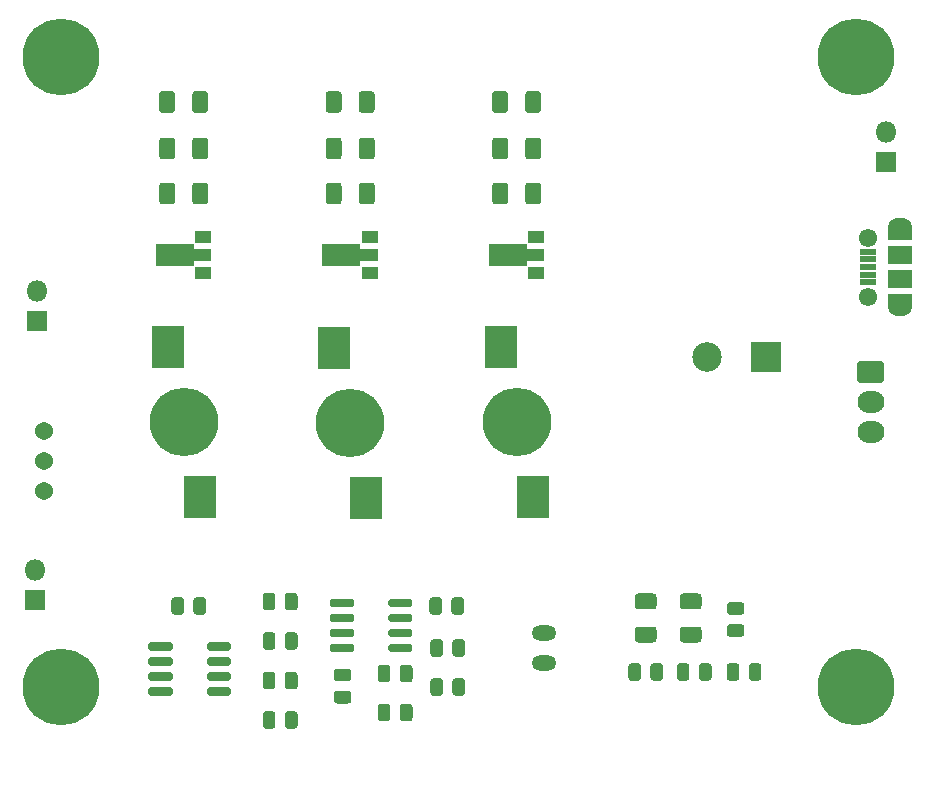
<source format=gbr>
G04 #@! TF.GenerationSoftware,KiCad,Pcbnew,(5.1.6)-1*
G04 #@! TF.CreationDate,2021-02-23T14:06:05-08:00*
G04 #@! TF.ProjectId,clap_detector,636c6170-5f64-4657-9465-63746f722e6b,rev?*
G04 #@! TF.SameCoordinates,Original*
G04 #@! TF.FileFunction,Soldermask,Top*
G04 #@! TF.FilePolarity,Negative*
%FSLAX46Y46*%
G04 Gerber Fmt 4.6, Leading zero omitted, Abs format (unit mm)*
G04 Created by KiCad (PCBNEW (5.1.6)-1) date 2021-02-23 14:06:05*
%MOMM*%
%LPD*%
G01*
G04 APERTURE LIST*
%ADD10C,5.800000*%
%ADD11R,2.800000X3.600000*%
%ADD12O,2.100000X1.300000*%
%ADD13C,0.900000*%
%ADD14C,6.500000*%
%ADD15C,1.540000*%
%ADD16C,0.100000*%
%ADD17R,1.400000X1.000000*%
%ADD18O,1.800000X1.800000*%
%ADD19R,1.800000X1.800000*%
%ADD20O,2.290000X1.840000*%
%ADD21R,2.000000X1.300000*%
%ADD22O,2.000000X1.300000*%
%ADD23R,2.000000X1.600000*%
%ADD24C,1.550000*%
%ADD25R,1.450000X0.500000*%
%ADD26C,2.500000*%
%ADD27R,2.500000X2.500000*%
G04 APERTURE END LIST*
D10*
G04 #@! TO.C,D3*
X198628000Y-117221000D03*
D11*
X197278000Y-110871000D03*
X199978000Y-123571000D03*
G04 #@! TD*
D10*
G04 #@! TO.C,D2*
X184531000Y-117348000D03*
D11*
X183181000Y-110998000D03*
X185881000Y-123698000D03*
G04 #@! TD*
D10*
G04 #@! TO.C,D1*
X170434000Y-117221000D03*
D11*
X169084000Y-110871000D03*
X171784000Y-123571000D03*
G04 #@! TD*
D12*
G04 #@! TO.C,MK1*
X200914000Y-137668000D03*
X200914000Y-135128000D03*
G04 #@! TD*
D13*
G04 #@! TO.C,H4*
X229027056Y-138002944D03*
X227330000Y-137300000D03*
X225632944Y-138002944D03*
X224930000Y-139700000D03*
X225632944Y-141397056D03*
X227330000Y-142100000D03*
X229027056Y-141397056D03*
X229730000Y-139700000D03*
D14*
X227330000Y-139700000D03*
G04 #@! TD*
D13*
G04 #@! TO.C,H3*
X161717056Y-138002944D03*
X160020000Y-137300000D03*
X158322944Y-138002944D03*
X157620000Y-139700000D03*
X158322944Y-141397056D03*
X160020000Y-142100000D03*
X161717056Y-141397056D03*
X162420000Y-139700000D03*
D14*
X160020000Y-139700000D03*
G04 #@! TD*
D13*
G04 #@! TO.C,H2*
X161717056Y-84662944D03*
X160020000Y-83960000D03*
X158322944Y-84662944D03*
X157620000Y-86360000D03*
X158322944Y-88057056D03*
X160020000Y-88760000D03*
X161717056Y-88057056D03*
X162420000Y-86360000D03*
D14*
X160020000Y-86360000D03*
G04 #@! TD*
D13*
G04 #@! TO.C,H1*
X229027056Y-84662944D03*
X227330000Y-83960000D03*
X225632944Y-84662944D03*
X224930000Y-86360000D03*
X225632944Y-88057056D03*
X227330000Y-88760000D03*
X229027056Y-88057056D03*
X229730000Y-86360000D03*
D14*
X227330000Y-86360000D03*
G04 #@! TD*
G04 #@! TO.C,R16*
G36*
G01*
X179010500Y-142975250D02*
X179010500Y-142012750D01*
G75*
G02*
X179279250Y-141744000I268750J0D01*
G01*
X179816750Y-141744000D01*
G75*
G02*
X180085500Y-142012750I0J-268750D01*
G01*
X180085500Y-142975250D01*
G75*
G02*
X179816750Y-143244000I-268750J0D01*
G01*
X179279250Y-143244000D01*
G75*
G02*
X179010500Y-142975250I0J268750D01*
G01*
G37*
G36*
G01*
X177135500Y-142975250D02*
X177135500Y-142012750D01*
G75*
G02*
X177404250Y-141744000I268750J0D01*
G01*
X177941750Y-141744000D01*
G75*
G02*
X178210500Y-142012750I0J-268750D01*
G01*
X178210500Y-142975250D01*
G75*
G02*
X177941750Y-143244000I-268750J0D01*
G01*
X177404250Y-143244000D01*
G75*
G02*
X177135500Y-142975250I0J268750D01*
G01*
G37*
G04 #@! TD*
G04 #@! TO.C,U2*
G36*
G01*
X172392000Y-136446000D02*
X172392000Y-136096000D01*
G75*
G02*
X172567000Y-135921000I175000J0D01*
G01*
X174267000Y-135921000D01*
G75*
G02*
X174442000Y-136096000I0J-175000D01*
G01*
X174442000Y-136446000D01*
G75*
G02*
X174267000Y-136621000I-175000J0D01*
G01*
X172567000Y-136621000D01*
G75*
G02*
X172392000Y-136446000I0J175000D01*
G01*
G37*
G36*
G01*
X172392000Y-137716000D02*
X172392000Y-137366000D01*
G75*
G02*
X172567000Y-137191000I175000J0D01*
G01*
X174267000Y-137191000D01*
G75*
G02*
X174442000Y-137366000I0J-175000D01*
G01*
X174442000Y-137716000D01*
G75*
G02*
X174267000Y-137891000I-175000J0D01*
G01*
X172567000Y-137891000D01*
G75*
G02*
X172392000Y-137716000I0J175000D01*
G01*
G37*
G36*
G01*
X172392000Y-138986000D02*
X172392000Y-138636000D01*
G75*
G02*
X172567000Y-138461000I175000J0D01*
G01*
X174267000Y-138461000D01*
G75*
G02*
X174442000Y-138636000I0J-175000D01*
G01*
X174442000Y-138986000D01*
G75*
G02*
X174267000Y-139161000I-175000J0D01*
G01*
X172567000Y-139161000D01*
G75*
G02*
X172392000Y-138986000I0J175000D01*
G01*
G37*
G36*
G01*
X172392000Y-140256000D02*
X172392000Y-139906000D01*
G75*
G02*
X172567000Y-139731000I175000J0D01*
G01*
X174267000Y-139731000D01*
G75*
G02*
X174442000Y-139906000I0J-175000D01*
G01*
X174442000Y-140256000D01*
G75*
G02*
X174267000Y-140431000I-175000J0D01*
G01*
X172567000Y-140431000D01*
G75*
G02*
X172392000Y-140256000I0J175000D01*
G01*
G37*
G36*
G01*
X167442000Y-140256000D02*
X167442000Y-139906000D01*
G75*
G02*
X167617000Y-139731000I175000J0D01*
G01*
X169317000Y-139731000D01*
G75*
G02*
X169492000Y-139906000I0J-175000D01*
G01*
X169492000Y-140256000D01*
G75*
G02*
X169317000Y-140431000I-175000J0D01*
G01*
X167617000Y-140431000D01*
G75*
G02*
X167442000Y-140256000I0J175000D01*
G01*
G37*
G36*
G01*
X167442000Y-138986000D02*
X167442000Y-138636000D01*
G75*
G02*
X167617000Y-138461000I175000J0D01*
G01*
X169317000Y-138461000D01*
G75*
G02*
X169492000Y-138636000I0J-175000D01*
G01*
X169492000Y-138986000D01*
G75*
G02*
X169317000Y-139161000I-175000J0D01*
G01*
X167617000Y-139161000D01*
G75*
G02*
X167442000Y-138986000I0J175000D01*
G01*
G37*
G36*
G01*
X167442000Y-137716000D02*
X167442000Y-137366000D01*
G75*
G02*
X167617000Y-137191000I175000J0D01*
G01*
X169317000Y-137191000D01*
G75*
G02*
X169492000Y-137366000I0J-175000D01*
G01*
X169492000Y-137716000D01*
G75*
G02*
X169317000Y-137891000I-175000J0D01*
G01*
X167617000Y-137891000D01*
G75*
G02*
X167442000Y-137716000I0J175000D01*
G01*
G37*
G36*
G01*
X167442000Y-136446000D02*
X167442000Y-136096000D01*
G75*
G02*
X167617000Y-135921000I175000J0D01*
G01*
X169317000Y-135921000D01*
G75*
G02*
X169492000Y-136096000I0J-175000D01*
G01*
X169492000Y-136446000D01*
G75*
G02*
X169317000Y-136621000I-175000J0D01*
G01*
X167617000Y-136621000D01*
G75*
G02*
X167442000Y-136446000I0J175000D01*
G01*
G37*
G04 #@! TD*
G04 #@! TO.C,U1*
G36*
G01*
X187759000Y-132763000D02*
X187759000Y-132413000D01*
G75*
G02*
X187934000Y-132238000I175000J0D01*
G01*
X189634000Y-132238000D01*
G75*
G02*
X189809000Y-132413000I0J-175000D01*
G01*
X189809000Y-132763000D01*
G75*
G02*
X189634000Y-132938000I-175000J0D01*
G01*
X187934000Y-132938000D01*
G75*
G02*
X187759000Y-132763000I0J175000D01*
G01*
G37*
G36*
G01*
X187759000Y-134033000D02*
X187759000Y-133683000D01*
G75*
G02*
X187934000Y-133508000I175000J0D01*
G01*
X189634000Y-133508000D01*
G75*
G02*
X189809000Y-133683000I0J-175000D01*
G01*
X189809000Y-134033000D01*
G75*
G02*
X189634000Y-134208000I-175000J0D01*
G01*
X187934000Y-134208000D01*
G75*
G02*
X187759000Y-134033000I0J175000D01*
G01*
G37*
G36*
G01*
X187759000Y-135303000D02*
X187759000Y-134953000D01*
G75*
G02*
X187934000Y-134778000I175000J0D01*
G01*
X189634000Y-134778000D01*
G75*
G02*
X189809000Y-134953000I0J-175000D01*
G01*
X189809000Y-135303000D01*
G75*
G02*
X189634000Y-135478000I-175000J0D01*
G01*
X187934000Y-135478000D01*
G75*
G02*
X187759000Y-135303000I0J175000D01*
G01*
G37*
G36*
G01*
X187759000Y-136573000D02*
X187759000Y-136223000D01*
G75*
G02*
X187934000Y-136048000I175000J0D01*
G01*
X189634000Y-136048000D01*
G75*
G02*
X189809000Y-136223000I0J-175000D01*
G01*
X189809000Y-136573000D01*
G75*
G02*
X189634000Y-136748000I-175000J0D01*
G01*
X187934000Y-136748000D01*
G75*
G02*
X187759000Y-136573000I0J175000D01*
G01*
G37*
G36*
G01*
X182809000Y-136573000D02*
X182809000Y-136223000D01*
G75*
G02*
X182984000Y-136048000I175000J0D01*
G01*
X184684000Y-136048000D01*
G75*
G02*
X184859000Y-136223000I0J-175000D01*
G01*
X184859000Y-136573000D01*
G75*
G02*
X184684000Y-136748000I-175000J0D01*
G01*
X182984000Y-136748000D01*
G75*
G02*
X182809000Y-136573000I0J175000D01*
G01*
G37*
G36*
G01*
X182809000Y-135303000D02*
X182809000Y-134953000D01*
G75*
G02*
X182984000Y-134778000I175000J0D01*
G01*
X184684000Y-134778000D01*
G75*
G02*
X184859000Y-134953000I0J-175000D01*
G01*
X184859000Y-135303000D01*
G75*
G02*
X184684000Y-135478000I-175000J0D01*
G01*
X182984000Y-135478000D01*
G75*
G02*
X182809000Y-135303000I0J175000D01*
G01*
G37*
G36*
G01*
X182809000Y-134033000D02*
X182809000Y-133683000D01*
G75*
G02*
X182984000Y-133508000I175000J0D01*
G01*
X184684000Y-133508000D01*
G75*
G02*
X184859000Y-133683000I0J-175000D01*
G01*
X184859000Y-134033000D01*
G75*
G02*
X184684000Y-134208000I-175000J0D01*
G01*
X182984000Y-134208000D01*
G75*
G02*
X182809000Y-134033000I0J175000D01*
G01*
G37*
G36*
G01*
X182809000Y-132763000D02*
X182809000Y-132413000D01*
G75*
G02*
X182984000Y-132238000I175000J0D01*
G01*
X184684000Y-132238000D01*
G75*
G02*
X184859000Y-132413000I0J-175000D01*
G01*
X184859000Y-132763000D01*
G75*
G02*
X184684000Y-132938000I-175000J0D01*
G01*
X182984000Y-132938000D01*
G75*
G02*
X182809000Y-132763000I0J175000D01*
G01*
G37*
G04 #@! TD*
D15*
G04 #@! TO.C,POT*
X158623000Y-123063000D03*
X158623000Y-120523000D03*
X158623000Y-117983000D03*
G04 #@! TD*
G04 #@! TO.C,R15*
G36*
G01*
X197903000Y-89515000D02*
X197903000Y-90825000D01*
G75*
G02*
X197633000Y-91095000I-270000J0D01*
G01*
X196823000Y-91095000D01*
G75*
G02*
X196553000Y-90825000I0J270000D01*
G01*
X196553000Y-89515000D01*
G75*
G02*
X196823000Y-89245000I270000J0D01*
G01*
X197633000Y-89245000D01*
G75*
G02*
X197903000Y-89515000I0J-270000D01*
G01*
G37*
G36*
G01*
X200703000Y-89515000D02*
X200703000Y-90825000D01*
G75*
G02*
X200433000Y-91095000I-270000J0D01*
G01*
X199623000Y-91095000D01*
G75*
G02*
X199353000Y-90825000I0J270000D01*
G01*
X199353000Y-89515000D01*
G75*
G02*
X199623000Y-89245000I270000J0D01*
G01*
X200433000Y-89245000D01*
G75*
G02*
X200703000Y-89515000I0J-270000D01*
G01*
G37*
G04 #@! TD*
G04 #@! TO.C,R14*
G36*
G01*
X197903000Y-93452000D02*
X197903000Y-94762000D01*
G75*
G02*
X197633000Y-95032000I-270000J0D01*
G01*
X196823000Y-95032000D01*
G75*
G02*
X196553000Y-94762000I0J270000D01*
G01*
X196553000Y-93452000D01*
G75*
G02*
X196823000Y-93182000I270000J0D01*
G01*
X197633000Y-93182000D01*
G75*
G02*
X197903000Y-93452000I0J-270000D01*
G01*
G37*
G36*
G01*
X200703000Y-93452000D02*
X200703000Y-94762000D01*
G75*
G02*
X200433000Y-95032000I-270000J0D01*
G01*
X199623000Y-95032000D01*
G75*
G02*
X199353000Y-94762000I0J270000D01*
G01*
X199353000Y-93452000D01*
G75*
G02*
X199623000Y-93182000I270000J0D01*
G01*
X200433000Y-93182000D01*
G75*
G02*
X200703000Y-93452000I0J-270000D01*
G01*
G37*
G04 #@! TD*
G04 #@! TO.C,R13*
G36*
G01*
X197903000Y-97262000D02*
X197903000Y-98572000D01*
G75*
G02*
X197633000Y-98842000I-270000J0D01*
G01*
X196823000Y-98842000D01*
G75*
G02*
X196553000Y-98572000I0J270000D01*
G01*
X196553000Y-97262000D01*
G75*
G02*
X196823000Y-96992000I270000J0D01*
G01*
X197633000Y-96992000D01*
G75*
G02*
X197903000Y-97262000I0J-270000D01*
G01*
G37*
G36*
G01*
X200703000Y-97262000D02*
X200703000Y-98572000D01*
G75*
G02*
X200433000Y-98842000I-270000J0D01*
G01*
X199623000Y-98842000D01*
G75*
G02*
X199353000Y-98572000I0J270000D01*
G01*
X199353000Y-97262000D01*
G75*
G02*
X199623000Y-96992000I270000J0D01*
G01*
X200433000Y-96992000D01*
G75*
G02*
X200703000Y-97262000I0J-270000D01*
G01*
G37*
G04 #@! TD*
G04 #@! TO.C,R12*
G36*
G01*
X183806000Y-89515000D02*
X183806000Y-90825000D01*
G75*
G02*
X183536000Y-91095000I-270000J0D01*
G01*
X182726000Y-91095000D01*
G75*
G02*
X182456000Y-90825000I0J270000D01*
G01*
X182456000Y-89515000D01*
G75*
G02*
X182726000Y-89245000I270000J0D01*
G01*
X183536000Y-89245000D01*
G75*
G02*
X183806000Y-89515000I0J-270000D01*
G01*
G37*
G36*
G01*
X186606000Y-89515000D02*
X186606000Y-90825000D01*
G75*
G02*
X186336000Y-91095000I-270000J0D01*
G01*
X185526000Y-91095000D01*
G75*
G02*
X185256000Y-90825000I0J270000D01*
G01*
X185256000Y-89515000D01*
G75*
G02*
X185526000Y-89245000I270000J0D01*
G01*
X186336000Y-89245000D01*
G75*
G02*
X186606000Y-89515000I0J-270000D01*
G01*
G37*
G04 #@! TD*
G04 #@! TO.C,R11*
G36*
G01*
X183806000Y-93452000D02*
X183806000Y-94762000D01*
G75*
G02*
X183536000Y-95032000I-270000J0D01*
G01*
X182726000Y-95032000D01*
G75*
G02*
X182456000Y-94762000I0J270000D01*
G01*
X182456000Y-93452000D01*
G75*
G02*
X182726000Y-93182000I270000J0D01*
G01*
X183536000Y-93182000D01*
G75*
G02*
X183806000Y-93452000I0J-270000D01*
G01*
G37*
G36*
G01*
X186606000Y-93452000D02*
X186606000Y-94762000D01*
G75*
G02*
X186336000Y-95032000I-270000J0D01*
G01*
X185526000Y-95032000D01*
G75*
G02*
X185256000Y-94762000I0J270000D01*
G01*
X185256000Y-93452000D01*
G75*
G02*
X185526000Y-93182000I270000J0D01*
G01*
X186336000Y-93182000D01*
G75*
G02*
X186606000Y-93452000I0J-270000D01*
G01*
G37*
G04 #@! TD*
G04 #@! TO.C,R10*
G36*
G01*
X183806000Y-97262000D02*
X183806000Y-98572000D01*
G75*
G02*
X183536000Y-98842000I-270000J0D01*
G01*
X182726000Y-98842000D01*
G75*
G02*
X182456000Y-98572000I0J270000D01*
G01*
X182456000Y-97262000D01*
G75*
G02*
X182726000Y-96992000I270000J0D01*
G01*
X183536000Y-96992000D01*
G75*
G02*
X183806000Y-97262000I0J-270000D01*
G01*
G37*
G36*
G01*
X186606000Y-97262000D02*
X186606000Y-98572000D01*
G75*
G02*
X186336000Y-98842000I-270000J0D01*
G01*
X185526000Y-98842000D01*
G75*
G02*
X185256000Y-98572000I0J270000D01*
G01*
X185256000Y-97262000D01*
G75*
G02*
X185526000Y-96992000I270000J0D01*
G01*
X186336000Y-96992000D01*
G75*
G02*
X186606000Y-97262000I0J-270000D01*
G01*
G37*
G04 #@! TD*
G04 #@! TO.C,R9*
G36*
G01*
X169709000Y-89515000D02*
X169709000Y-90825000D01*
G75*
G02*
X169439000Y-91095000I-270000J0D01*
G01*
X168629000Y-91095000D01*
G75*
G02*
X168359000Y-90825000I0J270000D01*
G01*
X168359000Y-89515000D01*
G75*
G02*
X168629000Y-89245000I270000J0D01*
G01*
X169439000Y-89245000D01*
G75*
G02*
X169709000Y-89515000I0J-270000D01*
G01*
G37*
G36*
G01*
X172509000Y-89515000D02*
X172509000Y-90825000D01*
G75*
G02*
X172239000Y-91095000I-270000J0D01*
G01*
X171429000Y-91095000D01*
G75*
G02*
X171159000Y-90825000I0J270000D01*
G01*
X171159000Y-89515000D01*
G75*
G02*
X171429000Y-89245000I270000J0D01*
G01*
X172239000Y-89245000D01*
G75*
G02*
X172509000Y-89515000I0J-270000D01*
G01*
G37*
G04 #@! TD*
G04 #@! TO.C,R8*
G36*
G01*
X169709000Y-93452000D02*
X169709000Y-94762000D01*
G75*
G02*
X169439000Y-95032000I-270000J0D01*
G01*
X168629000Y-95032000D01*
G75*
G02*
X168359000Y-94762000I0J270000D01*
G01*
X168359000Y-93452000D01*
G75*
G02*
X168629000Y-93182000I270000J0D01*
G01*
X169439000Y-93182000D01*
G75*
G02*
X169709000Y-93452000I0J-270000D01*
G01*
G37*
G36*
G01*
X172509000Y-93452000D02*
X172509000Y-94762000D01*
G75*
G02*
X172239000Y-95032000I-270000J0D01*
G01*
X171429000Y-95032000D01*
G75*
G02*
X171159000Y-94762000I0J270000D01*
G01*
X171159000Y-93452000D01*
G75*
G02*
X171429000Y-93182000I270000J0D01*
G01*
X172239000Y-93182000D01*
G75*
G02*
X172509000Y-93452000I0J-270000D01*
G01*
G37*
G04 #@! TD*
G04 #@! TO.C,R7*
G36*
G01*
X169709000Y-97262000D02*
X169709000Y-98572000D01*
G75*
G02*
X169439000Y-98842000I-270000J0D01*
G01*
X168629000Y-98842000D01*
G75*
G02*
X168359000Y-98572000I0J270000D01*
G01*
X168359000Y-97262000D01*
G75*
G02*
X168629000Y-96992000I270000J0D01*
G01*
X169439000Y-96992000D01*
G75*
G02*
X169709000Y-97262000I0J-270000D01*
G01*
G37*
G36*
G01*
X172509000Y-97262000D02*
X172509000Y-98572000D01*
G75*
G02*
X172239000Y-98842000I-270000J0D01*
G01*
X171429000Y-98842000D01*
G75*
G02*
X171159000Y-98572000I0J270000D01*
G01*
X171159000Y-97262000D01*
G75*
G02*
X171429000Y-96992000I270000J0D01*
G01*
X172239000Y-96992000D01*
G75*
G02*
X172509000Y-97262000I0J-270000D01*
G01*
G37*
G04 #@! TD*
G04 #@! TO.C,R6*
G36*
G01*
X192307500Y-132360750D02*
X192307500Y-133323250D01*
G75*
G02*
X192038750Y-133592000I-268750J0D01*
G01*
X191501250Y-133592000D01*
G75*
G02*
X191232500Y-133323250I0J268750D01*
G01*
X191232500Y-132360750D01*
G75*
G02*
X191501250Y-132092000I268750J0D01*
G01*
X192038750Y-132092000D01*
G75*
G02*
X192307500Y-132360750I0J-268750D01*
G01*
G37*
G36*
G01*
X194182500Y-132360750D02*
X194182500Y-133323250D01*
G75*
G02*
X193913750Y-133592000I-268750J0D01*
G01*
X193376250Y-133592000D01*
G75*
G02*
X193107500Y-133323250I0J268750D01*
G01*
X193107500Y-132360750D01*
G75*
G02*
X193376250Y-132092000I268750J0D01*
G01*
X193913750Y-132092000D01*
G75*
G02*
X194182500Y-132360750I0J-268750D01*
G01*
G37*
G04 #@! TD*
G04 #@! TO.C,R5*
G36*
G01*
X178210500Y-138668416D02*
X178210500Y-139630916D01*
G75*
G02*
X177941750Y-139899666I-268750J0D01*
G01*
X177404250Y-139899666D01*
G75*
G02*
X177135500Y-139630916I0J268750D01*
G01*
X177135500Y-138668416D01*
G75*
G02*
X177404250Y-138399666I268750J0D01*
G01*
X177941750Y-138399666D01*
G75*
G02*
X178210500Y-138668416I0J-268750D01*
G01*
G37*
G36*
G01*
X180085500Y-138668416D02*
X180085500Y-139630916D01*
G75*
G02*
X179816750Y-139899666I-268750J0D01*
G01*
X179279250Y-139899666D01*
G75*
G02*
X179010500Y-139630916I0J268750D01*
G01*
X179010500Y-138668416D01*
G75*
G02*
X179279250Y-138399666I268750J0D01*
G01*
X179816750Y-138399666D01*
G75*
G02*
X180085500Y-138668416I0J-268750D01*
G01*
G37*
G04 #@! TD*
G04 #@! TO.C,R4*
G36*
G01*
X178210500Y-135324083D02*
X178210500Y-136286583D01*
G75*
G02*
X177941750Y-136555333I-268750J0D01*
G01*
X177404250Y-136555333D01*
G75*
G02*
X177135500Y-136286583I0J268750D01*
G01*
X177135500Y-135324083D01*
G75*
G02*
X177404250Y-135055333I268750J0D01*
G01*
X177941750Y-135055333D01*
G75*
G02*
X178210500Y-135324083I0J-268750D01*
G01*
G37*
G36*
G01*
X180085500Y-135324083D02*
X180085500Y-136286583D01*
G75*
G02*
X179816750Y-136555333I-268750J0D01*
G01*
X179279250Y-136555333D01*
G75*
G02*
X179010500Y-136286583I0J268750D01*
G01*
X179010500Y-135324083D01*
G75*
G02*
X179279250Y-135055333I268750J0D01*
G01*
X179816750Y-135055333D01*
G75*
G02*
X180085500Y-135324083I0J-268750D01*
G01*
G37*
G04 #@! TD*
G04 #@! TO.C,R3*
G36*
G01*
X187941000Y-141377750D02*
X187941000Y-142340250D01*
G75*
G02*
X187672250Y-142609000I-268750J0D01*
G01*
X187134750Y-142609000D01*
G75*
G02*
X186866000Y-142340250I0J268750D01*
G01*
X186866000Y-141377750D01*
G75*
G02*
X187134750Y-141109000I268750J0D01*
G01*
X187672250Y-141109000D01*
G75*
G02*
X187941000Y-141377750I0J-268750D01*
G01*
G37*
G36*
G01*
X189816000Y-141377750D02*
X189816000Y-142340250D01*
G75*
G02*
X189547250Y-142609000I-268750J0D01*
G01*
X189009750Y-142609000D01*
G75*
G02*
X188741000Y-142340250I0J268750D01*
G01*
X188741000Y-141377750D01*
G75*
G02*
X189009750Y-141109000I268750J0D01*
G01*
X189547250Y-141109000D01*
G75*
G02*
X189816000Y-141377750I0J-268750D01*
G01*
G37*
G04 #@! TD*
G04 #@! TO.C,R2*
G36*
G01*
X188741000Y-139038250D02*
X188741000Y-138075750D01*
G75*
G02*
X189009750Y-137807000I268750J0D01*
G01*
X189547250Y-137807000D01*
G75*
G02*
X189816000Y-138075750I0J-268750D01*
G01*
X189816000Y-139038250D01*
G75*
G02*
X189547250Y-139307000I-268750J0D01*
G01*
X189009750Y-139307000D01*
G75*
G02*
X188741000Y-139038250I0J268750D01*
G01*
G37*
G36*
G01*
X186866000Y-139038250D02*
X186866000Y-138075750D01*
G75*
G02*
X187134750Y-137807000I268750J0D01*
G01*
X187672250Y-137807000D01*
G75*
G02*
X187941000Y-138075750I0J-268750D01*
G01*
X187941000Y-139038250D01*
G75*
G02*
X187672250Y-139307000I-268750J0D01*
G01*
X187134750Y-139307000D01*
G75*
G02*
X186866000Y-139038250I0J268750D01*
G01*
G37*
G04 #@! TD*
G04 #@! TO.C,R1*
G36*
G01*
X209150000Y-137948750D02*
X209150000Y-138911250D01*
G75*
G02*
X208881250Y-139180000I-268750J0D01*
G01*
X208343750Y-139180000D01*
G75*
G02*
X208075000Y-138911250I0J268750D01*
G01*
X208075000Y-137948750D01*
G75*
G02*
X208343750Y-137680000I268750J0D01*
G01*
X208881250Y-137680000D01*
G75*
G02*
X209150000Y-137948750I0J-268750D01*
G01*
G37*
G36*
G01*
X211025000Y-137948750D02*
X211025000Y-138911250D01*
G75*
G02*
X210756250Y-139180000I-268750J0D01*
G01*
X210218750Y-139180000D01*
G75*
G02*
X209950000Y-138911250I0J268750D01*
G01*
X209950000Y-137948750D01*
G75*
G02*
X210218750Y-137680000I268750J0D01*
G01*
X210756250Y-137680000D01*
G75*
G02*
X211025000Y-137948750I0J-268750D01*
G01*
G37*
G04 #@! TD*
D16*
G04 #@! TO.C,Q3*
G36*
X196318245Y-104039539D02*
G01*
X196308866Y-104036694D01*
X196300221Y-104032073D01*
X196292645Y-104025855D01*
X196286427Y-104018279D01*
X196281806Y-104009634D01*
X196278961Y-104000255D01*
X196278000Y-103990500D01*
X196278000Y-102257500D01*
X196278961Y-102247745D01*
X196281806Y-102238366D01*
X196286427Y-102229721D01*
X196292645Y-102222145D01*
X196300221Y-102215927D01*
X196308866Y-102211306D01*
X196318245Y-102208461D01*
X196328000Y-102207500D01*
X199453000Y-102207500D01*
X199462755Y-102208461D01*
X199472134Y-102211306D01*
X199480779Y-102215927D01*
X199488355Y-102222145D01*
X199494573Y-102229721D01*
X199499194Y-102238366D01*
X199502039Y-102247745D01*
X199503000Y-102257500D01*
X199503000Y-102624000D01*
X200928000Y-102624000D01*
X200937755Y-102624961D01*
X200947134Y-102627806D01*
X200955779Y-102632427D01*
X200963355Y-102638645D01*
X200969573Y-102646221D01*
X200974194Y-102654866D01*
X200977039Y-102664245D01*
X200978000Y-102674000D01*
X200978000Y-103574000D01*
X200977039Y-103583755D01*
X200974194Y-103593134D01*
X200969573Y-103601779D01*
X200963355Y-103609355D01*
X200955779Y-103615573D01*
X200947134Y-103620194D01*
X200937755Y-103623039D01*
X200928000Y-103624000D01*
X199503000Y-103624000D01*
X199503000Y-103990500D01*
X199502039Y-104000255D01*
X199499194Y-104009634D01*
X199494573Y-104018279D01*
X199488355Y-104025855D01*
X199480779Y-104032073D01*
X199472134Y-104036694D01*
X199462755Y-104039539D01*
X199453000Y-104040500D01*
X196328000Y-104040500D01*
X196318245Y-104039539D01*
G37*
D17*
X200278000Y-101624000D03*
X200278000Y-104624000D03*
G04 #@! TD*
D16*
G04 #@! TO.C,Q2*
G36*
X182221245Y-104039539D02*
G01*
X182211866Y-104036694D01*
X182203221Y-104032073D01*
X182195645Y-104025855D01*
X182189427Y-104018279D01*
X182184806Y-104009634D01*
X182181961Y-104000255D01*
X182181000Y-103990500D01*
X182181000Y-102257500D01*
X182181961Y-102247745D01*
X182184806Y-102238366D01*
X182189427Y-102229721D01*
X182195645Y-102222145D01*
X182203221Y-102215927D01*
X182211866Y-102211306D01*
X182221245Y-102208461D01*
X182231000Y-102207500D01*
X185356000Y-102207500D01*
X185365755Y-102208461D01*
X185375134Y-102211306D01*
X185383779Y-102215927D01*
X185391355Y-102222145D01*
X185397573Y-102229721D01*
X185402194Y-102238366D01*
X185405039Y-102247745D01*
X185406000Y-102257500D01*
X185406000Y-102624000D01*
X186831000Y-102624000D01*
X186840755Y-102624961D01*
X186850134Y-102627806D01*
X186858779Y-102632427D01*
X186866355Y-102638645D01*
X186872573Y-102646221D01*
X186877194Y-102654866D01*
X186880039Y-102664245D01*
X186881000Y-102674000D01*
X186881000Y-103574000D01*
X186880039Y-103583755D01*
X186877194Y-103593134D01*
X186872573Y-103601779D01*
X186866355Y-103609355D01*
X186858779Y-103615573D01*
X186850134Y-103620194D01*
X186840755Y-103623039D01*
X186831000Y-103624000D01*
X185406000Y-103624000D01*
X185406000Y-103990500D01*
X185405039Y-104000255D01*
X185402194Y-104009634D01*
X185397573Y-104018279D01*
X185391355Y-104025855D01*
X185383779Y-104032073D01*
X185375134Y-104036694D01*
X185365755Y-104039539D01*
X185356000Y-104040500D01*
X182231000Y-104040500D01*
X182221245Y-104039539D01*
G37*
D17*
X186181000Y-101624000D03*
X186181000Y-104624000D03*
G04 #@! TD*
G04 #@! TO.C,Q1*
X172084000Y-104624000D03*
X172084000Y-101624000D03*
D16*
G36*
X168124245Y-104039539D02*
G01*
X168114866Y-104036694D01*
X168106221Y-104032073D01*
X168098645Y-104025855D01*
X168092427Y-104018279D01*
X168087806Y-104009634D01*
X168084961Y-104000255D01*
X168084000Y-103990500D01*
X168084000Y-102257500D01*
X168084961Y-102247745D01*
X168087806Y-102238366D01*
X168092427Y-102229721D01*
X168098645Y-102222145D01*
X168106221Y-102215927D01*
X168114866Y-102211306D01*
X168124245Y-102208461D01*
X168134000Y-102207500D01*
X171259000Y-102207500D01*
X171268755Y-102208461D01*
X171278134Y-102211306D01*
X171286779Y-102215927D01*
X171294355Y-102222145D01*
X171300573Y-102229721D01*
X171305194Y-102238366D01*
X171308039Y-102247745D01*
X171309000Y-102257500D01*
X171309000Y-102624000D01*
X172734000Y-102624000D01*
X172743755Y-102624961D01*
X172753134Y-102627806D01*
X172761779Y-102632427D01*
X172769355Y-102638645D01*
X172775573Y-102646221D01*
X172780194Y-102654866D01*
X172783039Y-102664245D01*
X172784000Y-102674000D01*
X172784000Y-103574000D01*
X172783039Y-103583755D01*
X172780194Y-103593134D01*
X172775573Y-103601779D01*
X172769355Y-103609355D01*
X172761779Y-103615573D01*
X172753134Y-103620194D01*
X172743755Y-103623039D01*
X172734000Y-103624000D01*
X171309000Y-103624000D01*
X171309000Y-103990500D01*
X171308039Y-104000255D01*
X171305194Y-104009634D01*
X171300573Y-104018279D01*
X171294355Y-104025855D01*
X171286779Y-104032073D01*
X171278134Y-104036694D01*
X171268755Y-104039539D01*
X171259000Y-104040500D01*
X168134000Y-104040500D01*
X168124245Y-104039539D01*
G37*
G04 #@! TD*
G04 #@! TO.C,L2*
G36*
G01*
X213262500Y-137948750D02*
X213262500Y-138911250D01*
G75*
G02*
X212993750Y-139180000I-268750J0D01*
G01*
X212456250Y-139180000D01*
G75*
G02*
X212187500Y-138911250I0J268750D01*
G01*
X212187500Y-137948750D01*
G75*
G02*
X212456250Y-137680000I268750J0D01*
G01*
X212993750Y-137680000D01*
G75*
G02*
X213262500Y-137948750I0J-268750D01*
G01*
G37*
G36*
G01*
X215137500Y-137948750D02*
X215137500Y-138911250D01*
G75*
G02*
X214868750Y-139180000I-268750J0D01*
G01*
X214331250Y-139180000D01*
G75*
G02*
X214062500Y-138911250I0J268750D01*
G01*
X214062500Y-137948750D01*
G75*
G02*
X214331250Y-137680000I268750J0D01*
G01*
X214868750Y-137680000D01*
G75*
G02*
X215137500Y-137948750I0J-268750D01*
G01*
G37*
G04 #@! TD*
G04 #@! TO.C,L1*
G36*
G01*
X217483500Y-137948750D02*
X217483500Y-138911250D01*
G75*
G02*
X217214750Y-139180000I-268750J0D01*
G01*
X216677250Y-139180000D01*
G75*
G02*
X216408500Y-138911250I0J268750D01*
G01*
X216408500Y-137948750D01*
G75*
G02*
X216677250Y-137680000I268750J0D01*
G01*
X217214750Y-137680000D01*
G75*
G02*
X217483500Y-137948750I0J-268750D01*
G01*
G37*
G36*
G01*
X219358500Y-137948750D02*
X219358500Y-138911250D01*
G75*
G02*
X219089750Y-139180000I-268750J0D01*
G01*
X218552250Y-139180000D01*
G75*
G02*
X218283500Y-138911250I0J268750D01*
G01*
X218283500Y-137948750D01*
G75*
G02*
X218552250Y-137680000I268750J0D01*
G01*
X219089750Y-137680000D01*
G75*
G02*
X219358500Y-137948750I0J-268750D01*
G01*
G37*
G04 #@! TD*
D18*
G04 #@! TO.C,J5*
X157861000Y-129794000D03*
D19*
X157861000Y-132334000D03*
G04 #@! TD*
D20*
G04 #@! TO.C,J4*
X228600000Y-118110000D03*
X228600000Y-115570000D03*
G36*
G01*
X227719367Y-112110000D02*
X229480633Y-112110000D01*
G75*
G02*
X229745000Y-112374367I0J-264367D01*
G01*
X229745000Y-113685633D01*
G75*
G02*
X229480633Y-113950000I-264367J0D01*
G01*
X227719367Y-113950000D01*
G75*
G02*
X227455000Y-113685633I0J264367D01*
G01*
X227455000Y-112374367D01*
G75*
G02*
X227719367Y-112110000I264367J0D01*
G01*
G37*
G04 #@! TD*
D18*
G04 #@! TO.C,J3*
X157988000Y-106172000D03*
D19*
X157988000Y-108712000D03*
G04 #@! TD*
D18*
G04 #@! TO.C,J2*
X229870000Y-92710000D03*
D19*
X229870000Y-95250000D03*
G04 #@! TD*
D21*
G04 #@! TO.C,J1*
X231107500Y-107040000D03*
X231107500Y-101240000D03*
D22*
X231107500Y-100640000D03*
X231107500Y-107640000D03*
D23*
X231107500Y-105140000D03*
D24*
X228407500Y-101640000D03*
D25*
X228407500Y-104140000D03*
X228407500Y-103490000D03*
X228407500Y-102840000D03*
X228407500Y-105440000D03*
X228407500Y-104790000D03*
D24*
X228407500Y-106640000D03*
D23*
X231107500Y-103140000D03*
G04 #@! TD*
G04 #@! TO.C,C9*
G36*
G01*
X192386000Y-135916750D02*
X192386000Y-136879250D01*
G75*
G02*
X192117250Y-137148000I-268750J0D01*
G01*
X191579750Y-137148000D01*
G75*
G02*
X191311000Y-136879250I0J268750D01*
G01*
X191311000Y-135916750D01*
G75*
G02*
X191579750Y-135648000I268750J0D01*
G01*
X192117250Y-135648000D01*
G75*
G02*
X192386000Y-135916750I0J-268750D01*
G01*
G37*
G36*
G01*
X194261000Y-135916750D02*
X194261000Y-136879250D01*
G75*
G02*
X193992250Y-137148000I-268750J0D01*
G01*
X193454750Y-137148000D01*
G75*
G02*
X193186000Y-136879250I0J268750D01*
G01*
X193186000Y-135916750D01*
G75*
G02*
X193454750Y-135648000I268750J0D01*
G01*
X193992250Y-135648000D01*
G75*
G02*
X194261000Y-135916750I0J-268750D01*
G01*
G37*
G04 #@! TD*
G04 #@! TO.C,C8*
G36*
G01*
X170463500Y-132360750D02*
X170463500Y-133323250D01*
G75*
G02*
X170194750Y-133592000I-268750J0D01*
G01*
X169657250Y-133592000D01*
G75*
G02*
X169388500Y-133323250I0J268750D01*
G01*
X169388500Y-132360750D01*
G75*
G02*
X169657250Y-132092000I268750J0D01*
G01*
X170194750Y-132092000D01*
G75*
G02*
X170463500Y-132360750I0J-268750D01*
G01*
G37*
G36*
G01*
X172338500Y-132360750D02*
X172338500Y-133323250D01*
G75*
G02*
X172069750Y-133592000I-268750J0D01*
G01*
X171532250Y-133592000D01*
G75*
G02*
X171263500Y-133323250I0J268750D01*
G01*
X171263500Y-132360750D01*
G75*
G02*
X171532250Y-132092000I268750J0D01*
G01*
X172069750Y-132092000D01*
G75*
G02*
X172338500Y-132360750I0J-268750D01*
G01*
G37*
G04 #@! TD*
G04 #@! TO.C,C7*
G36*
G01*
X183414750Y-140021500D02*
X184377250Y-140021500D01*
G75*
G02*
X184646000Y-140290250I0J-268750D01*
G01*
X184646000Y-140827750D01*
G75*
G02*
X184377250Y-141096500I-268750J0D01*
G01*
X183414750Y-141096500D01*
G75*
G02*
X183146000Y-140827750I0J268750D01*
G01*
X183146000Y-140290250D01*
G75*
G02*
X183414750Y-140021500I268750J0D01*
G01*
G37*
G36*
G01*
X183414750Y-138146500D02*
X184377250Y-138146500D01*
G75*
G02*
X184646000Y-138415250I0J-268750D01*
G01*
X184646000Y-138952750D01*
G75*
G02*
X184377250Y-139221500I-268750J0D01*
G01*
X183414750Y-139221500D01*
G75*
G02*
X183146000Y-138952750I0J268750D01*
G01*
X183146000Y-138415250D01*
G75*
G02*
X183414750Y-138146500I268750J0D01*
G01*
G37*
G04 #@! TD*
G04 #@! TO.C,C6*
G36*
G01*
X179010500Y-132942250D02*
X179010500Y-131979750D01*
G75*
G02*
X179279250Y-131711000I268750J0D01*
G01*
X179816750Y-131711000D01*
G75*
G02*
X180085500Y-131979750I0J-268750D01*
G01*
X180085500Y-132942250D01*
G75*
G02*
X179816750Y-133211000I-268750J0D01*
G01*
X179279250Y-133211000D01*
G75*
G02*
X179010500Y-132942250I0J268750D01*
G01*
G37*
G36*
G01*
X177135500Y-132942250D02*
X177135500Y-131979750D01*
G75*
G02*
X177404250Y-131711000I268750J0D01*
G01*
X177941750Y-131711000D01*
G75*
G02*
X178210500Y-131979750I0J-268750D01*
G01*
X178210500Y-132942250D01*
G75*
G02*
X177941750Y-133211000I-268750J0D01*
G01*
X177404250Y-133211000D01*
G75*
G02*
X177135500Y-132942250I0J268750D01*
G01*
G37*
G04 #@! TD*
G04 #@! TO.C,C5*
G36*
G01*
X212705000Y-134580000D02*
X214015000Y-134580000D01*
G75*
G02*
X214285000Y-134850000I0J-270000D01*
G01*
X214285000Y-135660000D01*
G75*
G02*
X214015000Y-135930000I-270000J0D01*
G01*
X212705000Y-135930000D01*
G75*
G02*
X212435000Y-135660000I0J270000D01*
G01*
X212435000Y-134850000D01*
G75*
G02*
X212705000Y-134580000I270000J0D01*
G01*
G37*
G36*
G01*
X212705000Y-131780000D02*
X214015000Y-131780000D01*
G75*
G02*
X214285000Y-132050000I0J-270000D01*
G01*
X214285000Y-132860000D01*
G75*
G02*
X214015000Y-133130000I-270000J0D01*
G01*
X212705000Y-133130000D01*
G75*
G02*
X212435000Y-132860000I0J270000D01*
G01*
X212435000Y-132050000D01*
G75*
G02*
X212705000Y-131780000I270000J0D01*
G01*
G37*
G04 #@! TD*
G04 #@! TO.C,C4*
G36*
G01*
X208895000Y-134580000D02*
X210205000Y-134580000D01*
G75*
G02*
X210475000Y-134850000I0J-270000D01*
G01*
X210475000Y-135660000D01*
G75*
G02*
X210205000Y-135930000I-270000J0D01*
G01*
X208895000Y-135930000D01*
G75*
G02*
X208625000Y-135660000I0J270000D01*
G01*
X208625000Y-134850000D01*
G75*
G02*
X208895000Y-134580000I270000J0D01*
G01*
G37*
G36*
G01*
X208895000Y-131780000D02*
X210205000Y-131780000D01*
G75*
G02*
X210475000Y-132050000I0J-270000D01*
G01*
X210475000Y-132860000D01*
G75*
G02*
X210205000Y-133130000I-270000J0D01*
G01*
X208895000Y-133130000D01*
G75*
G02*
X208625000Y-132860000I0J270000D01*
G01*
X208625000Y-132050000D01*
G75*
G02*
X208895000Y-131780000I270000J0D01*
G01*
G37*
G04 #@! TD*
G04 #@! TO.C,C3*
G36*
G01*
X216688750Y-134385000D02*
X217651250Y-134385000D01*
G75*
G02*
X217920000Y-134653750I0J-268750D01*
G01*
X217920000Y-135191250D01*
G75*
G02*
X217651250Y-135460000I-268750J0D01*
G01*
X216688750Y-135460000D01*
G75*
G02*
X216420000Y-135191250I0J268750D01*
G01*
X216420000Y-134653750D01*
G75*
G02*
X216688750Y-134385000I268750J0D01*
G01*
G37*
G36*
G01*
X216688750Y-132510000D02*
X217651250Y-132510000D01*
G75*
G02*
X217920000Y-132778750I0J-268750D01*
G01*
X217920000Y-133316250D01*
G75*
G02*
X217651250Y-133585000I-268750J0D01*
G01*
X216688750Y-133585000D01*
G75*
G02*
X216420000Y-133316250I0J268750D01*
G01*
X216420000Y-132778750D01*
G75*
G02*
X216688750Y-132510000I268750J0D01*
G01*
G37*
G04 #@! TD*
D26*
G04 #@! TO.C,C2*
X214710000Y-111760000D03*
D27*
X219710000Y-111760000D03*
G04 #@! TD*
G04 #@! TO.C,C1*
G36*
G01*
X193186000Y-140181250D02*
X193186000Y-139218750D01*
G75*
G02*
X193454750Y-138950000I268750J0D01*
G01*
X193992250Y-138950000D01*
G75*
G02*
X194261000Y-139218750I0J-268750D01*
G01*
X194261000Y-140181250D01*
G75*
G02*
X193992250Y-140450000I-268750J0D01*
G01*
X193454750Y-140450000D01*
G75*
G02*
X193186000Y-140181250I0J268750D01*
G01*
G37*
G36*
G01*
X191311000Y-140181250D02*
X191311000Y-139218750D01*
G75*
G02*
X191579750Y-138950000I268750J0D01*
G01*
X192117250Y-138950000D01*
G75*
G02*
X192386000Y-139218750I0J-268750D01*
G01*
X192386000Y-140181250D01*
G75*
G02*
X192117250Y-140450000I-268750J0D01*
G01*
X191579750Y-140450000D01*
G75*
G02*
X191311000Y-140181250I0J268750D01*
G01*
G37*
G04 #@! TD*
M02*

</source>
